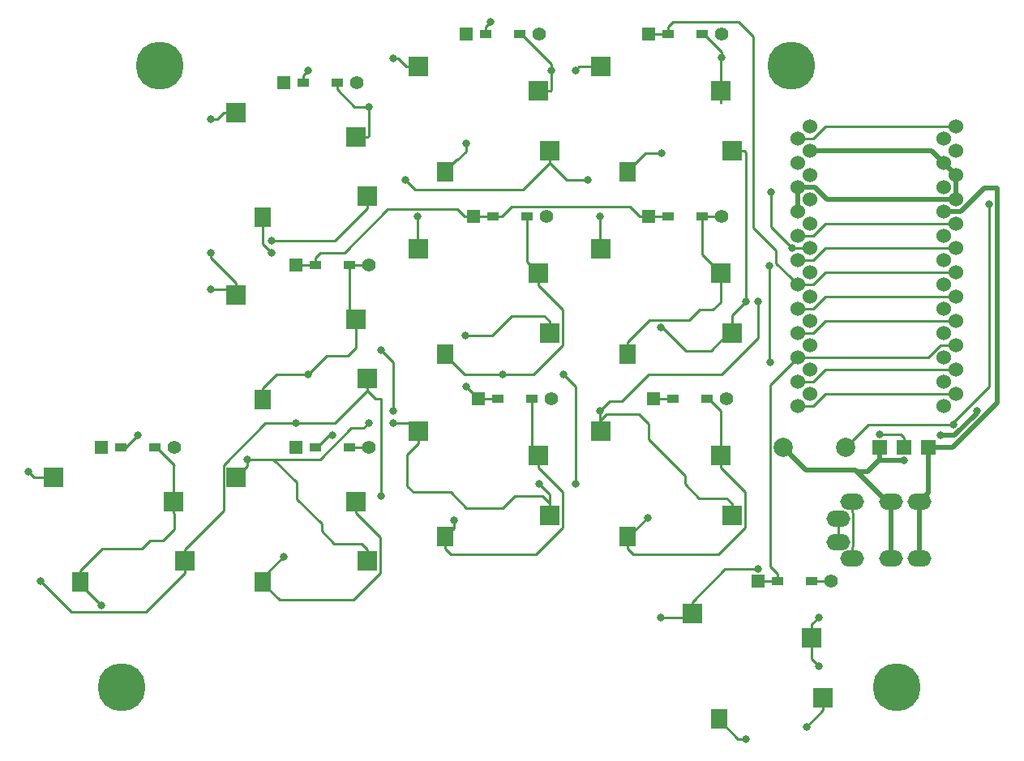
<source format=gbr>
G04 #@! TF.GenerationSoftware,KiCad,Pcbnew,(5.0.2)-1*
G04 #@! TF.CreationDate,2019-04-02T22:31:29+09:00*
G04 #@! TF.ProjectId,FirstContact,46697273-7443-46f6-9e74-6163742e6b69,rev?*
G04 #@! TF.SameCoordinates,Original*
G04 #@! TF.FileFunction,Copper,L1,Top*
G04 #@! TF.FilePolarity,Positive*
%FSLAX46Y46*%
G04 Gerber Fmt 4.6, Leading zero omitted, Abs format (unit mm)*
G04 Created by KiCad (PCBNEW (5.0.2)-1) date 2019/04/02 22:31:29*
%MOMM*%
%LPD*%
G01*
G04 APERTURE LIST*
G04 #@! TA.AperFunction,ComponentPad*
%ADD10C,1.524000*%
G04 #@! TD*
G04 #@! TA.AperFunction,SMDPad,CuDef*
%ADD11R,1.300000X0.950000*%
G04 #@! TD*
G04 #@! TA.AperFunction,ComponentPad*
%ADD12C,1.397000*%
G04 #@! TD*
G04 #@! TA.AperFunction,ComponentPad*
%ADD13R,1.397000X1.397000*%
G04 #@! TD*
G04 #@! TA.AperFunction,ComponentPad*
%ADD14O,2.500000X1.700000*%
G04 #@! TD*
G04 #@! TA.AperFunction,SMDPad,CuDef*
%ADD15R,1.524000X1.524000*%
G04 #@! TD*
G04 #@! TA.AperFunction,ComponentPad*
%ADD16C,2.000000*%
G04 #@! TD*
G04 #@! TA.AperFunction,SMDPad,CuDef*
%ADD17R,2.000000X2.000000*%
G04 #@! TD*
G04 #@! TA.AperFunction,SMDPad,CuDef*
%ADD18R,1.800000X2.000000*%
G04 #@! TD*
G04 #@! TA.AperFunction,WasherPad*
%ADD19C,5.000000*%
G04 #@! TD*
G04 #@! TA.AperFunction,ViaPad*
%ADD20C,0.800000*%
G04 #@! TD*
G04 #@! TA.AperFunction,Conductor*
%ADD21C,0.250000*%
G04 #@! TD*
G04 #@! TA.AperFunction,Conductor*
%ADD22C,0.500000*%
G04 #@! TD*
G04 APERTURE END LIST*
D10*
G04 #@! TO.P,U1,24*
G04 #@! TO.N,Net-(U1-Pad24)*
X174183900Y-45142000D03*
G04 #@! TO.P,U1,23*
G04 #@! TO.N,GND*
X174183900Y-47682000D03*
G04 #@! TO.P,U1,22*
G04 #@! TO.N,reset*
X174183900Y-50222000D03*
G04 #@! TO.P,U1,21*
G04 #@! TO.N,VCC*
X174183900Y-52762000D03*
G04 #@! TO.P,U1,20*
G04 #@! TO.N,col0*
X174183900Y-55302000D03*
G04 #@! TO.P,U1,19*
G04 #@! TO.N,col1*
X174183900Y-57842000D03*
G04 #@! TO.P,U1,18*
G04 #@! TO.N,col2*
X174183900Y-60382000D03*
G04 #@! TO.P,U1,17*
G04 #@! TO.N,col3*
X174183900Y-62922000D03*
G04 #@! TO.P,U1,16*
G04 #@! TO.N,Net-(U1-Pad16)*
X174183900Y-65462000D03*
G04 #@! TO.P,U1,15*
G04 #@! TO.N,Net-(U1-Pad15)*
X174183900Y-68002000D03*
G04 #@! TO.P,U1,14*
G04 #@! TO.N,Net-(U1-Pad14)*
X174183900Y-70542000D03*
G04 #@! TO.P,U1,13*
G04 #@! TO.N,Net-(U1-Pad13)*
X174183900Y-73082000D03*
G04 #@! TO.P,U1,12*
G04 #@! TO.N,Net-(U1-Pad12)*
X189403900Y-73082000D03*
G04 #@! TO.P,U1,11*
G04 #@! TO.N,Net-(U1-Pad11)*
X189403900Y-70542000D03*
G04 #@! TO.P,U1,10*
G04 #@! TO.N,row3*
X189403900Y-68002000D03*
G04 #@! TO.P,U1,9*
G04 #@! TO.N,row2*
X189403900Y-65462000D03*
G04 #@! TO.P,U1,8*
G04 #@! TO.N,row1*
X189403900Y-62922000D03*
G04 #@! TO.P,U1,7*
G04 #@! TO.N,row0*
X189403900Y-60382000D03*
G04 #@! TO.P,U1,6*
G04 #@! TO.N,Net-(U1-Pad6)*
X189403900Y-57842000D03*
G04 #@! TO.P,U1,5*
G04 #@! TO.N,Net-(U1-Pad5)*
X189403900Y-55302000D03*
G04 #@! TO.P,U1,4*
G04 #@! TO.N,GND*
X189403900Y-52762000D03*
G04 #@! TO.P,U1,3*
X189403900Y-50222000D03*
G04 #@! TO.P,U1,2*
G04 #@! TO.N,data*
X189403900Y-47682000D03*
G04 #@! TO.P,U1,1*
G04 #@! TO.N,led*
X189403900Y-45142000D03*
X172857500Y-46412000D03*
G04 #@! TO.P,U1,2*
G04 #@! TO.N,data*
X172857500Y-48952000D03*
G04 #@! TO.P,U1,3*
G04 #@! TO.N,GND*
X172857500Y-51492000D03*
G04 #@! TO.P,U1,4*
X172857500Y-54032000D03*
G04 #@! TO.P,U1,5*
G04 #@! TO.N,Net-(U1-Pad5)*
X172857500Y-56572000D03*
G04 #@! TO.P,U1,6*
G04 #@! TO.N,Net-(U1-Pad6)*
X172857500Y-59112000D03*
G04 #@! TO.P,U1,7*
G04 #@! TO.N,row0*
X172857500Y-61652000D03*
G04 #@! TO.P,U1,8*
G04 #@! TO.N,row1*
X172857500Y-64192000D03*
G04 #@! TO.P,U1,9*
G04 #@! TO.N,row2*
X172857500Y-66732000D03*
G04 #@! TO.P,U1,10*
G04 #@! TO.N,row3*
X172857500Y-69272000D03*
G04 #@! TO.P,U1,11*
G04 #@! TO.N,Net-(U1-Pad11)*
X172857500Y-71812000D03*
G04 #@! TO.P,U1,12*
G04 #@! TO.N,Net-(U1-Pad12)*
X172857500Y-74352000D03*
G04 #@! TO.P,U1,13*
G04 #@! TO.N,Net-(U1-Pad13)*
X188097500Y-74352000D03*
G04 #@! TO.P,U1,14*
G04 #@! TO.N,Net-(U1-Pad14)*
X188097500Y-71812000D03*
G04 #@! TO.P,U1,15*
G04 #@! TO.N,Net-(U1-Pad15)*
X188097500Y-69272000D03*
G04 #@! TO.P,U1,16*
G04 #@! TO.N,Net-(U1-Pad16)*
X188097500Y-66732000D03*
G04 #@! TO.P,U1,17*
G04 #@! TO.N,col3*
X188097500Y-64192000D03*
G04 #@! TO.P,U1,18*
G04 #@! TO.N,col2*
X188097500Y-61652000D03*
G04 #@! TO.P,U1,19*
G04 #@! TO.N,col1*
X188097500Y-59112000D03*
G04 #@! TO.P,U1,20*
G04 #@! TO.N,col0*
X188097500Y-56572000D03*
G04 #@! TO.P,U1,21*
G04 #@! TO.N,VCC*
X188097500Y-54032000D03*
G04 #@! TO.P,U1,22*
G04 #@! TO.N,reset*
X188097500Y-51492000D03*
G04 #@! TO.P,U1,23*
G04 #@! TO.N,GND*
X188097500Y-48952000D03*
G04 #@! TO.P,U1,24*
G04 #@! TO.N,Net-(U1-Pad24)*
X188097500Y-46412000D03*
G04 #@! TD*
D11*
G04 #@! TO.P,D1,2*
G04 #@! TO.N,Net-(D1-Pad2)*
X105735000Y-78670000D03*
D12*
X107770000Y-78670000D03*
D13*
G04 #@! TO.P,D1,1*
G04 #@! TO.N,row2*
X100150000Y-78670000D03*
D11*
X102185000Y-78670000D03*
G04 #@! TD*
G04 #@! TO.P,D2,2*
G04 #@! TO.N,Net-(D2-Pad2)*
X126055000Y-59620000D03*
D12*
X128090000Y-59620000D03*
D13*
G04 #@! TO.P,D2,1*
G04 #@! TO.N,row1*
X120470000Y-59620000D03*
D11*
X122505000Y-59620000D03*
G04 #@! TD*
G04 #@! TO.P,D3,2*
G04 #@! TO.N,Net-(D3-Pad2)*
X174315000Y-92640000D03*
D12*
X176350000Y-92640000D03*
D13*
G04 #@! TO.P,D3,1*
G04 #@! TO.N,row3*
X168730000Y-92640000D03*
D11*
X170765000Y-92640000D03*
G04 #@! TD*
G04 #@! TO.P,D4,1*
G04 #@! TO.N,row0*
X121235000Y-40570000D03*
D13*
X119200000Y-40570000D03*
D12*
G04 #@! TO.P,D4,2*
G04 #@! TO.N,Net-(D4-Pad2)*
X126820000Y-40570000D03*
D11*
X124785000Y-40570000D03*
G04 #@! TD*
G04 #@! TO.P,D5,1*
G04 #@! TO.N,row2*
X122505000Y-78670000D03*
D13*
X120470000Y-78670000D03*
D12*
G04 #@! TO.P,D5,2*
G04 #@! TO.N,Net-(D5-Pad2)*
X128090000Y-78670000D03*
D11*
X126055000Y-78670000D03*
G04 #@! TD*
G04 #@! TO.P,D6,1*
G04 #@! TO.N,row1*
X141050000Y-54540000D03*
D13*
X139015000Y-54540000D03*
D12*
G04 #@! TO.P,D6,2*
G04 #@! TO.N,Net-(D6-Pad2)*
X146635000Y-54540000D03*
D11*
X144600000Y-54540000D03*
G04 #@! TD*
G04 #@! TO.P,D7,2*
G04 #@! TO.N,Net-(D7-Pad2)*
X143835000Y-35490000D03*
D12*
X145870000Y-35490000D03*
D13*
G04 #@! TO.P,D7,1*
G04 #@! TO.N,row0*
X138250000Y-35490000D03*
D11*
X140285000Y-35490000D03*
G04 #@! TD*
G04 #@! TO.P,D8,2*
G04 #@! TO.N,Net-(D8-Pad2)*
X145105000Y-73590000D03*
D12*
X147140000Y-73590000D03*
D13*
G04 #@! TO.P,D8,1*
G04 #@! TO.N,row2*
X139520000Y-73590000D03*
D11*
X141555000Y-73590000D03*
G04 #@! TD*
G04 #@! TO.P,D9,1*
G04 #@! TO.N,row1*
X159335000Y-54540000D03*
D13*
X157300000Y-54540000D03*
D12*
G04 #@! TO.P,D9,2*
G04 #@! TO.N,Net-(D9-Pad2)*
X164920000Y-54540000D03*
D11*
X162885000Y-54540000D03*
G04 #@! TD*
G04 #@! TO.P,D10,1*
G04 #@! TO.N,row0*
X159335000Y-35490000D03*
D13*
X157300000Y-35490000D03*
D12*
G04 #@! TO.P,D10,2*
G04 #@! TO.N,Net-(D10-Pad2)*
X164920000Y-35490000D03*
D11*
X162885000Y-35490000D03*
G04 #@! TD*
G04 #@! TO.P,D11,1*
G04 #@! TO.N,row2*
X159840000Y-73590000D03*
D13*
X157805000Y-73590000D03*
D12*
G04 #@! TO.P,D11,2*
G04 #@! TO.N,Net-(D11-Pad2)*
X165425000Y-73590000D03*
D11*
X163390000Y-73590000D03*
G04 #@! TD*
D14*
G04 #@! TO.P,J1,D*
G04 #@! TO.N,data*
X178591250Y-84345000D03*
G04 #@! TO.P,J1,A*
G04 #@! TO.N,Net-(J1-PadA)*
X177091250Y-88545000D03*
G04 #@! TO.P,J1,B*
G04 #@! TO.N,VCC*
X185591250Y-84345000D03*
G04 #@! TO.P,J1,C*
G04 #@! TO.N,GND*
X182591250Y-84345000D03*
G04 #@! TO.P,J1,B*
G04 #@! TO.N,VCC*
X185591250Y-90295000D03*
G04 #@! TO.P,J1,C*
G04 #@! TO.N,GND*
X182591250Y-90295000D03*
G04 #@! TO.P,J1,D*
G04 #@! TO.N,data*
X178591250Y-90295000D03*
G04 #@! TO.P,J1,A*
G04 #@! TO.N,Net-(J1-PadA)*
X177091250Y-86095000D03*
G04 #@! TD*
D15*
G04 #@! TO.P,J2,3*
G04 #@! TO.N,GND*
X181430000Y-78670000D03*
G04 #@! TO.P,J2,2*
G04 #@! TO.N,led*
X183970000Y-78670000D03*
G04 #@! TO.P,J2,1*
G04 #@! TO.N,VCC*
X186510000Y-78670000D03*
G04 #@! TD*
D16*
G04 #@! TO.P,SW1,1*
G04 #@! TO.N,reset*
X177853750Y-78670000D03*
G04 #@! TO.P,SW1,2*
G04 #@! TO.N,GND*
X171353750Y-78670000D03*
G04 #@! TD*
D17*
G04 #@! TO.P,SW2,1*
G04 #@! TO.N,col0*
X108885000Y-90562500D03*
D18*
G04 #@! TO.P,SW2,2*
G04 #@! TO.N,Net-(D1-Pad2)*
X97985000Y-92762500D03*
D17*
X107685000Y-84322500D03*
G04 #@! TO.P,SW2,1*
G04 #@! TO.N,col0*
X95185000Y-81782500D03*
G04 #@! TD*
G04 #@! TO.P,SW3,1*
G04 #@! TO.N,col0*
X114235000Y-62732500D03*
G04 #@! TO.P,SW3,2*
G04 #@! TO.N,Net-(D2-Pad2)*
X126735000Y-65272500D03*
D18*
X117035000Y-73712500D03*
D17*
G04 #@! TO.P,SW3,1*
G04 #@! TO.N,col0*
X127935000Y-71512500D03*
G04 #@! TD*
G04 #@! TO.P,SW4,1*
G04 #@! TO.N,col0*
X161860000Y-96070000D03*
G04 #@! TO.P,SW4,2*
G04 #@! TO.N,Net-(D3-Pad2)*
X174360000Y-98610000D03*
D18*
X164660000Y-107050000D03*
D17*
G04 #@! TO.P,SW4,1*
G04 #@! TO.N,col0*
X175560000Y-104850000D03*
G04 #@! TD*
G04 #@! TO.P,SW5,1*
G04 #@! TO.N,col0*
X127935000Y-52462500D03*
D18*
G04 #@! TO.P,SW5,2*
G04 #@! TO.N,Net-(D4-Pad2)*
X117035000Y-54662500D03*
D17*
X126735000Y-46222500D03*
G04 #@! TO.P,SW5,1*
G04 #@! TO.N,col0*
X114235000Y-43682500D03*
G04 #@! TD*
G04 #@! TO.P,SW6,1*
G04 #@! TO.N,col1*
X127935000Y-90562500D03*
D18*
G04 #@! TO.P,SW6,2*
G04 #@! TO.N,Net-(D5-Pad2)*
X117035000Y-92762500D03*
D17*
X126735000Y-84322500D03*
G04 #@! TO.P,SW6,1*
G04 #@! TO.N,col1*
X114235000Y-81782500D03*
G04 #@! TD*
G04 #@! TO.P,SW7,1*
G04 #@! TO.N,col1*
X146985000Y-66750000D03*
D18*
G04 #@! TO.P,SW7,2*
G04 #@! TO.N,Net-(D6-Pad2)*
X136085000Y-68950000D03*
D17*
X145785000Y-60510000D03*
G04 #@! TO.P,SW7,1*
G04 #@! TO.N,col1*
X133285000Y-57970000D03*
G04 #@! TD*
G04 #@! TO.P,SW8,1*
G04 #@! TO.N,col1*
X146985000Y-47700000D03*
D18*
G04 #@! TO.P,SW8,2*
G04 #@! TO.N,Net-(D7-Pad2)*
X136085000Y-49900000D03*
D17*
X145785000Y-41460000D03*
G04 #@! TO.P,SW8,1*
G04 #@! TO.N,col1*
X133285000Y-38920000D03*
G04 #@! TD*
G04 #@! TO.P,SW9,1*
G04 #@! TO.N,col2*
X133285000Y-77020000D03*
G04 #@! TO.P,SW9,2*
G04 #@! TO.N,Net-(D8-Pad2)*
X145785000Y-79560000D03*
D18*
X136085000Y-88000000D03*
D17*
G04 #@! TO.P,SW9,1*
G04 #@! TO.N,col2*
X146985000Y-85800000D03*
G04 #@! TD*
G04 #@! TO.P,SW10,1*
G04 #@! TO.N,col2*
X152335000Y-57970000D03*
G04 #@! TO.P,SW10,2*
G04 #@! TO.N,Net-(D9-Pad2)*
X164835000Y-60510000D03*
D18*
X155135000Y-68950000D03*
D17*
G04 #@! TO.P,SW10,1*
G04 #@! TO.N,col2*
X166035000Y-66750000D03*
G04 #@! TD*
G04 #@! TO.P,SW11,1*
G04 #@! TO.N,col2*
X166035000Y-47700000D03*
D18*
G04 #@! TO.P,SW11,2*
G04 #@! TO.N,Net-(D10-Pad2)*
X155135000Y-49900000D03*
D17*
X164835000Y-41460000D03*
G04 #@! TO.P,SW11,1*
G04 #@! TO.N,col2*
X152335000Y-38920000D03*
G04 #@! TD*
G04 #@! TO.P,SW12,1*
G04 #@! TO.N,col3*
X152335000Y-77020000D03*
G04 #@! TO.P,SW12,2*
G04 #@! TO.N,Net-(D11-Pad2)*
X164835000Y-79560000D03*
D18*
X155135000Y-88000000D03*
D17*
G04 #@! TO.P,SW12,1*
G04 #@! TO.N,col3*
X166035000Y-85800000D03*
G04 #@! TD*
D19*
G04 #@! TO.P,Ref\002A\002A,*
G04 #@! TO.N,*
X172222500Y-38770000D03*
G04 #@! TD*
G04 #@! TO.P,Ref\002A\002A,*
G04 #@! TO.N,*
X183260000Y-103770000D03*
G04 #@! TD*
G04 #@! TO.P,Ref\002A\002A,*
G04 #@! TO.N,*
X102260000Y-103770000D03*
G04 #@! TD*
G04 #@! TO.P,Ref\002A\002A,*
G04 #@! TO.N,*
X106260000Y-38770000D03*
G04 #@! TD*
D20*
G04 #@! TO.N,Net-(D1-Pad2)*
X100150000Y-95180000D03*
G04 #@! TO.N,row2*
X103960000Y-77400000D03*
X124280000Y-77400000D03*
X138250000Y-72320000D03*
G04 #@! TO.N,Net-(D2-Pad2)*
X121740000Y-71050000D03*
G04 #@! TO.N,Net-(D3-Pad2)*
X175080000Y-101530000D03*
X175080000Y-96450000D03*
X167460000Y-109150000D03*
G04 #@! TO.N,row0*
X140790000Y-34220000D03*
X121740000Y-39300000D03*
G04 #@! TO.N,Net-(D4-Pad2)*
X117930000Y-58350000D03*
X128090000Y-43110000D03*
G04 #@! TO.N,Net-(D5-Pad2)*
X119200000Y-90100000D03*
G04 #@! TO.N,Net-(D6-Pad2)*
X142060000Y-71050000D03*
G04 #@! TO.N,Net-(D7-Pad2)*
X138250000Y-46920000D03*
X147140000Y-39300000D03*
G04 #@! TO.N,Net-(D8-Pad2)*
X136980000Y-86290000D03*
G04 #@! TO.N,Net-(D10-Pad2)*
X164967654Y-37982346D03*
X158666048Y-47931351D03*
G04 #@! TO.N,Net-(D11-Pad2)*
X157203952Y-86031351D03*
G04 #@! TO.N,GND*
X187780000Y-77400000D03*
X191590000Y-74860000D03*
X183970000Y-80032002D03*
G04 #@! TO.N,led*
X169900097Y-59719903D03*
X170000000Y-69780000D03*
X181430000Y-77307998D03*
G04 #@! TO.N,reset*
X189145006Y-76275044D03*
X192860000Y-53270000D03*
X192860000Y-53270000D03*
G04 #@! TO.N,col0*
X173810000Y-107880000D03*
X158570000Y-96450000D03*
X168730000Y-91341498D03*
X129360000Y-83750000D03*
X120470000Y-76130000D03*
X111580000Y-62160000D03*
X111580000Y-58350000D03*
X117930000Y-57080000D03*
X111580000Y-44380000D03*
X92530000Y-81210000D03*
X93800000Y-92640000D03*
G04 #@! TO.N,col1*
X133170000Y-54540000D03*
X138153952Y-66981351D03*
X131900000Y-50730000D03*
X130630000Y-38030000D03*
X172333653Y-57854767D03*
X150950000Y-50730000D03*
X128090000Y-76130000D03*
X130630000Y-74860000D03*
X129360000Y-68510000D03*
X170122499Y-52000000D03*
X115390000Y-79940000D03*
G04 #@! TO.N,col2*
X149680000Y-39300000D03*
X152220000Y-54540000D03*
X130630000Y-76130000D03*
X148410000Y-71050000D03*
X149680000Y-82480000D03*
X145886618Y-82484252D03*
X167460000Y-63430000D03*
X158570000Y-66150001D03*
G04 #@! TO.N,col3*
X152220000Y-74860000D03*
X168730000Y-63430000D03*
G04 #@! TD*
D21*
G04 #@! TO.N,Net-(D1-Pad2)*
X97985000Y-93015000D02*
X97985000Y-92762500D01*
X100150000Y-95180000D02*
X97985000Y-93015000D01*
X100259999Y-89237501D02*
X104408997Y-89237501D01*
X97985000Y-91512500D02*
X100259999Y-89237501D01*
X97985000Y-92762500D02*
X97985000Y-91512500D01*
X107685000Y-85572500D02*
X107770000Y-85657500D01*
X107685000Y-84322500D02*
X107685000Y-85572500D01*
X107770000Y-85657500D02*
X107770000Y-87264502D01*
X106618004Y-88416498D02*
X105230000Y-88416498D01*
X107770000Y-87264502D02*
X106618004Y-88416498D01*
X104408997Y-89237501D02*
X105230000Y-88416498D01*
X105910000Y-78670000D02*
X107770000Y-80530000D01*
X105735000Y-78670000D02*
X105910000Y-78670000D01*
X107685000Y-80615000D02*
X107685000Y-84322500D01*
X107770000Y-80530000D02*
X107685000Y-80615000D01*
G04 #@! TO.N,row2*
X173935130Y-66732000D02*
X172857500Y-66732000D01*
X174522662Y-66732000D02*
X173935130Y-66732000D01*
X175792662Y-65462000D02*
X174522662Y-66732000D01*
X189403900Y-65462000D02*
X175792662Y-65462000D01*
X102185000Y-78670000D02*
X102690000Y-78670000D01*
X102690000Y-78670000D02*
X103960000Y-77400000D01*
X122680000Y-78670000D02*
X123950000Y-77400000D01*
X122505000Y-78670000D02*
X122680000Y-78670000D01*
X123950000Y-77400000D02*
X124280000Y-77400000D01*
X141555000Y-73590000D02*
X139520000Y-73590000D01*
X139520000Y-73590000D02*
X138250000Y-72320000D01*
X159840000Y-73590000D02*
X157805000Y-73590000D01*
G04 #@! TO.N,Net-(D2-Pad2)*
X128090000Y-59620000D02*
X126055000Y-59620000D01*
X126055000Y-64592500D02*
X126735000Y-65272500D01*
X126055000Y-59620000D02*
X126055000Y-64592500D01*
X123702499Y-69087501D02*
X121740000Y-71050000D01*
X125947001Y-69087501D02*
X123702499Y-69087501D01*
X126735000Y-65272500D02*
X126735000Y-68299502D01*
X126735000Y-68299502D02*
X125947001Y-69087501D01*
X121174315Y-71050000D02*
X121740000Y-71050000D01*
X118447500Y-71050000D02*
X121174315Y-71050000D01*
X117035000Y-72462500D02*
X118447500Y-71050000D01*
X117035000Y-73712500D02*
X117035000Y-72462500D01*
G04 #@! TO.N,row1*
X173935130Y-64192000D02*
X172857500Y-64192000D01*
X174522662Y-64192000D02*
X173935130Y-64192000D01*
X175792662Y-62922000D02*
X174522662Y-64192000D01*
X189403900Y-62922000D02*
X175792662Y-62922000D01*
X141950000Y-54540000D02*
X141050000Y-54540000D01*
X142973501Y-53516499D02*
X141950000Y-54540000D01*
X155327999Y-53516499D02*
X142973501Y-53516499D01*
X156351500Y-54540000D02*
X155327999Y-53516499D01*
X157300000Y-54540000D02*
X156351500Y-54540000D01*
X141050000Y-54540000D02*
X139015000Y-54540000D01*
X137341499Y-53814999D02*
X130085001Y-53814999D01*
X139015000Y-54540000D02*
X138066500Y-54540000D01*
X138066500Y-54540000D02*
X137341499Y-53814999D01*
X130085001Y-53814999D02*
X125550000Y-58350000D01*
X125550000Y-58350000D02*
X123010000Y-58350000D01*
X122505000Y-58855000D02*
X122505000Y-59620000D01*
X123010000Y-58350000D02*
X122505000Y-58855000D01*
X120470000Y-59620000D02*
X122505000Y-59620000D01*
X159335000Y-54540000D02*
X157300000Y-54540000D01*
G04 #@! TO.N,Net-(D3-Pad2)*
X174360000Y-100810000D02*
X174360000Y-98610000D01*
X175080000Y-101530000D02*
X174360000Y-100810000D01*
X174360000Y-98610000D02*
X174360000Y-97170000D01*
X174360000Y-97170000D02*
X175080000Y-96450000D01*
X164660000Y-107150000D02*
X164660000Y-107050000D01*
X166660000Y-109150000D02*
X164660000Y-107150000D01*
X167460000Y-109150000D02*
X166660000Y-109150000D01*
X174315000Y-92640000D02*
X176350000Y-92640000D01*
G04 #@! TO.N,row3*
X173935130Y-69272000D02*
X172857500Y-69272000D01*
X186488738Y-69272000D02*
X173935130Y-69272000D01*
X187758738Y-68002000D02*
X186488738Y-69272000D01*
X189403900Y-68002000D02*
X187758738Y-68002000D01*
X168730000Y-92640000D02*
X170765000Y-92640000D01*
X170765000Y-91915000D02*
X170765000Y-92640000D01*
X170000000Y-91150000D02*
X170765000Y-91915000D01*
X172857500Y-69272000D02*
X170000000Y-72129500D01*
X170000000Y-72129500D02*
X170000000Y-91150000D01*
G04 #@! TO.N,row0*
X173935130Y-61652000D02*
X172857500Y-61652000D01*
X174522662Y-61652000D02*
X173935130Y-61652000D01*
X175792662Y-60382000D02*
X174522662Y-61652000D01*
X189403900Y-60382000D02*
X175792662Y-60382000D01*
X140285000Y-35490000D02*
X140285000Y-34725000D01*
X140285000Y-34725000D02*
X140790000Y-34220000D01*
X121235000Y-40570000D02*
X121235000Y-39805000D01*
X121235000Y-39805000D02*
X121740000Y-39300000D01*
X159335000Y-35490000D02*
X157300000Y-35490000D01*
X172095501Y-60890001D02*
X172857500Y-61652000D01*
X170625098Y-58135098D02*
X170625098Y-59419598D01*
X159335000Y-34765000D02*
X159880000Y-34220000D01*
X170625098Y-59419598D02*
X172095501Y-60890001D01*
X159335000Y-35490000D02*
X159335000Y-34765000D01*
X159880000Y-34220000D02*
X166710000Y-34220000D01*
X166710000Y-34220000D02*
X168260000Y-35770000D01*
X168260000Y-35770000D02*
X168260000Y-55770000D01*
X168260000Y-55770000D02*
X170625098Y-58135098D01*
G04 #@! TO.N,Net-(D4-Pad2)*
X117035000Y-57455000D02*
X117035000Y-54662500D01*
X117930000Y-58350000D02*
X117035000Y-57455000D01*
X127985000Y-46222500D02*
X126735000Y-46222500D01*
X128090000Y-46117500D02*
X127985000Y-46222500D01*
X128090000Y-43110000D02*
X128090000Y-46117500D01*
X127524315Y-43110000D02*
X128090000Y-43110000D01*
X126600000Y-43110000D02*
X127524315Y-43110000D01*
X124785000Y-41295000D02*
X126600000Y-43110000D01*
X124785000Y-40570000D02*
X124785000Y-41295000D01*
G04 #@! TO.N,Net-(D5-Pad2)*
X117035000Y-92265000D02*
X117035000Y-92762500D01*
X119200000Y-90100000D02*
X117035000Y-92265000D01*
X129260001Y-88097501D02*
X126735000Y-85572500D01*
X129260001Y-91822501D02*
X129260001Y-88097501D01*
X126495001Y-94587501D02*
X129260001Y-91822501D01*
X118760001Y-94587501D02*
X126495001Y-94587501D01*
X117035000Y-92862500D02*
X118760001Y-94587501D01*
X126735000Y-85572500D02*
X126735000Y-84322500D01*
X117035000Y-92762500D02*
X117035000Y-92862500D01*
X126055000Y-78670000D02*
X128090000Y-78670000D01*
G04 #@! TO.N,Net-(D6-Pad2)*
X138085000Y-71050000D02*
X142060000Y-71050000D01*
X136085000Y-68950000D02*
X136085000Y-69050000D01*
X136085000Y-69050000D02*
X138085000Y-71050000D01*
X145270002Y-71050000D02*
X142625685Y-71050000D01*
X148310001Y-68010001D02*
X145270002Y-71050000D01*
X148310001Y-64285001D02*
X148310001Y-68010001D01*
X145785000Y-60510000D02*
X145785000Y-61760000D01*
X145785000Y-61760000D02*
X148310001Y-64285001D01*
X142060000Y-71050000D02*
X143330000Y-71050000D01*
X144600000Y-59325000D02*
X145785000Y-60510000D01*
X144600000Y-54540000D02*
X144600000Y-59325000D01*
G04 #@! TO.N,Net-(D7-Pad2)*
X136085000Y-49800000D02*
X136085000Y-49900000D01*
X137235000Y-48650000D02*
X136085000Y-49800000D01*
X137335000Y-48650000D02*
X137235000Y-48650000D01*
X138250000Y-47735000D02*
X137335000Y-48650000D01*
X138250000Y-46920000D02*
X138250000Y-47735000D01*
X147035000Y-41460000D02*
X145785000Y-41460000D01*
X147140000Y-41355000D02*
X147035000Y-41460000D01*
X147140000Y-39300000D02*
X147140000Y-41355000D01*
X147140000Y-38734315D02*
X147140000Y-39300000D01*
X147140000Y-38620000D02*
X147140000Y-38734315D01*
X144010000Y-35490000D02*
X147140000Y-38620000D01*
X143835000Y-35490000D02*
X144010000Y-35490000D01*
G04 #@! TO.N,Net-(D8-Pad2)*
X145785000Y-80810000D02*
X145785000Y-79560000D01*
X148310001Y-83335001D02*
X145785000Y-80810000D01*
X148310001Y-87060001D02*
X148310001Y-83335001D01*
X145545001Y-89825001D02*
X148310001Y-87060001D01*
X136660001Y-89825001D02*
X145545001Y-89825001D01*
X136085000Y-89250000D02*
X136660001Y-89825001D01*
X136085000Y-88000000D02*
X136085000Y-89250000D01*
X136980000Y-87105000D02*
X136085000Y-88000000D01*
X136980000Y-86290000D02*
X136980000Y-87105000D01*
X145105000Y-78880000D02*
X145785000Y-79560000D01*
X145105000Y-73590000D02*
X145105000Y-78880000D01*
G04 #@! TO.N,Net-(D9-Pad2)*
X162658997Y-64325001D02*
X164024999Y-64325001D01*
X161558997Y-65425001D02*
X162658997Y-64325001D01*
X157409999Y-65425001D02*
X161558997Y-65425001D01*
X155135000Y-68950000D02*
X155135000Y-67700000D01*
X155135000Y-67700000D02*
X157409999Y-65425001D01*
X164835000Y-63515000D02*
X164835000Y-60510000D01*
X164024999Y-64325001D02*
X164835000Y-63515000D01*
X162885000Y-58560000D02*
X164835000Y-60510000D01*
X162885000Y-54540000D02*
X162885000Y-58560000D01*
X162885000Y-54540000D02*
X164920000Y-54540000D01*
G04 #@! TO.N,Net-(D10-Pad2)*
X164835000Y-42710000D02*
X164835000Y-41460000D01*
X164967654Y-37397654D02*
X164967654Y-37982346D01*
X162885000Y-35490000D02*
X163060000Y-35490000D01*
X163060000Y-35490000D02*
X164967654Y-37397654D01*
X164835000Y-38115000D02*
X164967654Y-37982346D01*
X164835000Y-41460000D02*
X164835000Y-38115000D01*
X157003649Y-47931351D02*
X158666048Y-47931351D01*
X155135000Y-49900000D02*
X155135000Y-49800000D01*
X155135000Y-49800000D02*
X157003649Y-47931351D01*
G04 #@! TO.N,Net-(D11-Pad2)*
X155235303Y-88000000D02*
X155135000Y-88000000D01*
X157203952Y-86031351D02*
X155235303Y-88000000D01*
X167360001Y-83335001D02*
X164835000Y-80810000D01*
X167360001Y-87060001D02*
X167360001Y-83335001D01*
X164595001Y-89825001D02*
X167360001Y-87060001D01*
X155710001Y-89825001D02*
X164595001Y-89825001D01*
X164835000Y-80810000D02*
X164835000Y-79560000D01*
X155135000Y-89250000D02*
X155710001Y-89825001D01*
X155135000Y-88000000D02*
X155135000Y-89250000D01*
X164835000Y-78310000D02*
X164835000Y-79560000D01*
X164835000Y-74860000D02*
X164835000Y-78310000D01*
X163565000Y-73590000D02*
X164835000Y-74860000D01*
X163390000Y-73590000D02*
X163565000Y-73590000D01*
D22*
G04 #@! TO.N,GND*
X182591250Y-84345000D02*
X182591250Y-90295000D01*
X182591250Y-84345000D02*
X182191250Y-84345000D01*
X173735000Y-81051250D02*
X171353750Y-78670000D01*
X178897500Y-81051250D02*
X173735000Y-81051250D01*
X186827500Y-47682000D02*
X188097500Y-48952000D01*
X174183900Y-47682000D02*
X186827500Y-47682000D01*
X188133900Y-48952000D02*
X189403900Y-50222000D01*
X188097500Y-48952000D02*
X188133900Y-48952000D01*
X189403900Y-50222000D02*
X189403900Y-52762000D01*
X173935130Y-51492000D02*
X172857500Y-51492000D01*
X174707662Y-51492000D02*
X173935130Y-51492000D01*
X175977662Y-52762000D02*
X174707662Y-51492000D01*
X189403900Y-52762000D02*
X175977662Y-52762000D01*
X172857500Y-51492000D02*
X172857500Y-54032000D01*
X181430000Y-78670000D02*
X181430000Y-79932000D01*
X182191250Y-84345000D02*
X179056250Y-81210000D01*
X179056250Y-81210000D02*
X178897500Y-81051250D01*
X191590000Y-75088052D02*
X191590000Y-74860000D01*
X187780000Y-77400000D02*
X189278052Y-77400000D01*
X189278052Y-77400000D02*
X191590000Y-75088052D01*
X180152000Y-81210000D02*
X179056250Y-81210000D01*
X181430000Y-79932000D02*
X180152000Y-81210000D01*
X181530002Y-80032002D02*
X181430000Y-79932000D01*
X183970000Y-80032002D02*
X181530002Y-80032002D01*
D21*
G04 #@! TO.N,led*
X173935130Y-46412000D02*
X172857500Y-46412000D01*
X174522662Y-46412000D02*
X173935130Y-46412000D01*
X175792662Y-45142000D02*
X174522662Y-46412000D01*
X189403900Y-45142000D02*
X175792662Y-45142000D01*
X169900097Y-59719903D02*
X169900097Y-69680097D01*
X169900097Y-69680097D02*
X170000000Y-69780000D01*
X183619998Y-77307998D02*
X181430000Y-77307998D01*
X183970000Y-78670000D02*
X183970000Y-77658000D01*
X183970000Y-77658000D02*
X183619998Y-77307998D01*
D22*
G04 #@! TO.N,VCC*
X185591250Y-84345000D02*
X185591250Y-90295000D01*
X186510000Y-83426250D02*
X185591250Y-84345000D01*
X186510000Y-78670000D02*
X186510000Y-83426250D01*
X193710001Y-73998001D02*
X193710001Y-51580001D01*
X186510000Y-78670000D02*
X189038002Y-78670000D01*
X189038002Y-78670000D02*
X193710001Y-73998001D01*
X189927662Y-54032000D02*
X188097500Y-54032000D01*
X192379661Y-51580001D02*
X189927662Y-54032000D01*
X193710001Y-51580001D02*
X192379661Y-51580001D01*
G04 #@! TO.N,reset*
X174125901Y-50279999D02*
X174183900Y-50222000D01*
D21*
X180248706Y-76275044D02*
X188904956Y-76275044D01*
X177853750Y-78670000D02*
X180248706Y-76275044D01*
X188904956Y-76275044D02*
X192860000Y-72320000D01*
X192860000Y-72320000D02*
X192860000Y-53270000D01*
G04 #@! TO.N,col0*
X175560000Y-106130000D02*
X175560000Y-104850000D01*
X173810000Y-107880000D02*
X175560000Y-106130000D01*
X161480000Y-96450000D02*
X161860000Y-96070000D01*
X158570000Y-96450000D02*
X161480000Y-96450000D01*
X161860000Y-94820000D02*
X165310000Y-91370000D01*
X161860000Y-96070000D02*
X161860000Y-94820000D01*
X165310000Y-91370000D02*
X168701498Y-91370000D01*
X168701498Y-91370000D02*
X168730000Y-91341498D01*
X129360000Y-83750000D02*
X129360000Y-73590000D01*
X127935000Y-72762500D02*
X127935000Y-71512500D01*
X128762500Y-73590000D02*
X127935000Y-72762500D01*
X129360000Y-73590000D02*
X128762500Y-73590000D01*
X127935000Y-72762500D02*
X124567500Y-76130000D01*
X124567500Y-76130000D02*
X120470000Y-76130000D01*
X113662500Y-62160000D02*
X114235000Y-62732500D01*
X111580000Y-62160000D02*
X113662500Y-62160000D01*
X114235000Y-61482500D02*
X111580000Y-58827500D01*
X114235000Y-62732500D02*
X114235000Y-61482500D01*
X111580000Y-58827500D02*
X111580000Y-58350000D01*
X127935000Y-53712500D02*
X127935000Y-52462500D01*
X124567500Y-57080000D02*
X127935000Y-53712500D01*
X117930000Y-57080000D02*
X124567500Y-57080000D01*
X112985000Y-43682500D02*
X112287500Y-44380000D01*
X114235000Y-43682500D02*
X112985000Y-43682500D01*
X112287500Y-44380000D02*
X111580000Y-44380000D01*
X93102500Y-81782500D02*
X95185000Y-81782500D01*
X92530000Y-81210000D02*
X93102500Y-81782500D01*
X104792499Y-95905001D02*
X97065001Y-95905001D01*
X108885000Y-90562500D02*
X108885000Y-91812500D01*
X108885000Y-91812500D02*
X104792499Y-95905001D01*
X97065001Y-95905001D02*
X93800000Y-92640000D01*
X119904315Y-76130000D02*
X120470000Y-76130000D01*
X117302498Y-76130000D02*
X119904315Y-76130000D01*
X112909999Y-80522499D02*
X117302498Y-76130000D01*
X112909999Y-85287501D02*
X112909999Y-80522499D01*
X108885000Y-89312500D02*
X112909999Y-85287501D01*
X108885000Y-90562500D02*
X108885000Y-89312500D01*
G04 #@! TO.N,col1*
X133170000Y-57855000D02*
X133285000Y-57970000D01*
X133170000Y-54540000D02*
X133170000Y-57855000D01*
X146985000Y-65500000D02*
X146985000Y-66750000D01*
X146409999Y-64924999D02*
X146985000Y-65500000D01*
X143008999Y-64924999D02*
X146409999Y-64924999D01*
X140952647Y-66981351D02*
X143008999Y-64924999D01*
X138153952Y-66981351D02*
X140952647Y-66981351D01*
X144209999Y-51725001D02*
X132895001Y-51725001D01*
X146985000Y-48950000D02*
X144209999Y-51725001D01*
X132895001Y-51725001D02*
X131900000Y-50730000D01*
X115390000Y-80627500D02*
X114235000Y-81782500D01*
X115390000Y-79940000D02*
X115390000Y-80627500D01*
X127935000Y-89312500D02*
X127935000Y-90562500D01*
X123159999Y-87426501D02*
X124470997Y-88737499D01*
X123159999Y-86672497D02*
X123159999Y-87426501D01*
X120549999Y-84062497D02*
X123159999Y-86672497D01*
X127359999Y-88737499D02*
X127935000Y-89312500D01*
X120549999Y-82336497D02*
X120549999Y-84062497D01*
X124470997Y-88737499D02*
X127359999Y-88737499D01*
X118153502Y-79940000D02*
X120549999Y-82336497D01*
X115390000Y-79940000D02*
X118153502Y-79940000D01*
X132035000Y-38920000D02*
X131145000Y-38030000D01*
X133285000Y-38920000D02*
X132035000Y-38920000D01*
X131145000Y-38030000D02*
X130630000Y-38030000D01*
X174183900Y-57842000D02*
X172346420Y-57842000D01*
X172346420Y-57842000D02*
X172333653Y-57854767D01*
X146985000Y-48950000D02*
X146985000Y-47700000D01*
X148765000Y-50730000D02*
X146985000Y-48950000D01*
X150950000Y-50730000D02*
X148765000Y-50730000D01*
X130630000Y-74860000D02*
X130630000Y-69780000D01*
X130630000Y-69780000D02*
X129360000Y-68510000D01*
X170122499Y-55643613D02*
X172333653Y-57854767D01*
X170122499Y-52000000D02*
X170122499Y-55643613D01*
X127545001Y-76674999D02*
X126275001Y-76674999D01*
X128090000Y-76130000D02*
X127545001Y-76674999D01*
X123010000Y-79940000D02*
X118153502Y-79940000D01*
X126275001Y-76674999D02*
X123010000Y-79940000D01*
G04 #@! TO.N,col2*
X166035000Y-47700000D02*
X167285000Y-47700000D01*
X151955000Y-39300000D02*
X152335000Y-38920000D01*
X152335000Y-38920000D02*
X151085000Y-38920000D01*
X151085000Y-38920000D02*
X150060000Y-38920000D01*
X150060000Y-38920000D02*
X149680000Y-39300000D01*
X152220000Y-57855000D02*
X152335000Y-57970000D01*
X152220000Y-54540000D02*
X152220000Y-57855000D01*
X136644999Y-83375001D02*
X138289998Y-85020000D01*
X132772999Y-83375001D02*
X136644999Y-83375001D01*
X132109999Y-82712001D02*
X132772999Y-83375001D01*
X132109999Y-79445001D02*
X132109999Y-82712001D01*
X133285000Y-77020000D02*
X133285000Y-78270000D01*
X133285000Y-78270000D02*
X132109999Y-79445001D01*
X142059999Y-85020000D02*
X143329999Y-83750000D01*
X138289998Y-85020000D02*
X142059999Y-85020000D01*
X146985000Y-84550000D02*
X146985000Y-85800000D01*
X146185000Y-83750000D02*
X146985000Y-84550000D01*
X143329999Y-83750000D02*
X146185000Y-83750000D01*
X132395000Y-76130000D02*
X133285000Y-77020000D01*
X130630000Y-76130000D02*
X132395000Y-76130000D01*
X148410000Y-71050000D02*
X149680000Y-72320000D01*
X149680000Y-72320000D02*
X149680000Y-82480000D01*
X146985000Y-83582634D02*
X146985000Y-85800000D01*
X145886618Y-82484252D02*
X146985000Y-83582634D01*
X166035000Y-64855000D02*
X166035000Y-66750000D01*
X167460000Y-63430000D02*
X166035000Y-64855000D01*
X167460000Y-63430000D02*
X167460000Y-47875000D01*
X167460000Y-47875000D02*
X167285000Y-47700000D01*
X163811001Y-68575001D02*
X161175001Y-68575001D01*
X166035000Y-66750000D02*
X165636002Y-66750000D01*
X165636002Y-66750000D02*
X163811001Y-68575001D01*
X161175001Y-68575001D02*
X158570000Y-65970000D01*
X158570000Y-65970000D02*
X158570000Y-66150001D01*
G04 #@! TO.N,col3*
X152220000Y-76905000D02*
X152335000Y-77020000D01*
X152220000Y-74860000D02*
X152220000Y-76905000D01*
X157300000Y-77816002D02*
X161110000Y-81626002D01*
X157300000Y-76223998D02*
X157300000Y-77816002D01*
X156271001Y-75194999D02*
X157300000Y-76223998D01*
X152910001Y-75194999D02*
X156271001Y-75194999D01*
X152335000Y-77020000D02*
X152335000Y-75770000D01*
X152335000Y-75770000D02*
X152910001Y-75194999D01*
X166035000Y-84550000D02*
X166035000Y-85800000D01*
X165459999Y-83974999D02*
X166035000Y-84550000D01*
X162570997Y-83974999D02*
X165459999Y-83974999D01*
X161110000Y-82514002D02*
X162570997Y-83974999D01*
X161110000Y-81626002D02*
X161110000Y-82514002D01*
X168730000Y-66640002D02*
X168730000Y-63430000D01*
X153243501Y-73836499D02*
X154513501Y-73836499D01*
X152220000Y-74860000D02*
X153243501Y-73836499D01*
X154513501Y-73836499D02*
X157300000Y-71050000D01*
X157300000Y-71050000D02*
X164920000Y-71050000D01*
X164920000Y-71050000D02*
X168730000Y-67240000D01*
X168730000Y-67240000D02*
X168730000Y-66640002D01*
G04 #@! TO.N,Net-(U1-Pad12)*
X173935130Y-74352000D02*
X172857500Y-74352000D01*
X174522662Y-74352000D02*
X173935130Y-74352000D01*
X175792662Y-73082000D02*
X174522662Y-74352000D01*
X189403900Y-73082000D02*
X175792662Y-73082000D01*
G04 #@! TO.N,Net-(U1-Pad11)*
X173935130Y-71812000D02*
X172857500Y-71812000D01*
X174522662Y-71812000D02*
X173935130Y-71812000D01*
X175792662Y-70542000D02*
X174522662Y-71812000D01*
X189403900Y-70542000D02*
X175792662Y-70542000D01*
G04 #@! TO.N,Net-(U1-Pad6)*
X173935130Y-59112000D02*
X172857500Y-59112000D01*
X174522662Y-59112000D02*
X173935130Y-59112000D01*
X175792662Y-57842000D02*
X174522662Y-59112000D01*
X189403900Y-57842000D02*
X175792662Y-57842000D01*
G04 #@! TO.N,Net-(U1-Pad5)*
X173935130Y-56572000D02*
X172857500Y-56572000D01*
X174522662Y-56572000D02*
X173935130Y-56572000D01*
X175792662Y-55302000D02*
X174522662Y-56572000D01*
X189403900Y-55302000D02*
X175792662Y-55302000D01*
G04 #@! TO.N,data*
X178591250Y-85445000D02*
X178591250Y-84345000D01*
X178666260Y-85520010D02*
X178591250Y-85445000D01*
X178666260Y-89031705D02*
X178666260Y-85520010D01*
X178591250Y-89106715D02*
X178666260Y-89031705D01*
X178591250Y-90295000D02*
X178591250Y-89106715D01*
G04 #@! TO.N,Net-(J1-PadA)*
X177091250Y-86095000D02*
X177091250Y-88545000D01*
G04 #@! TD*
M02*

</source>
